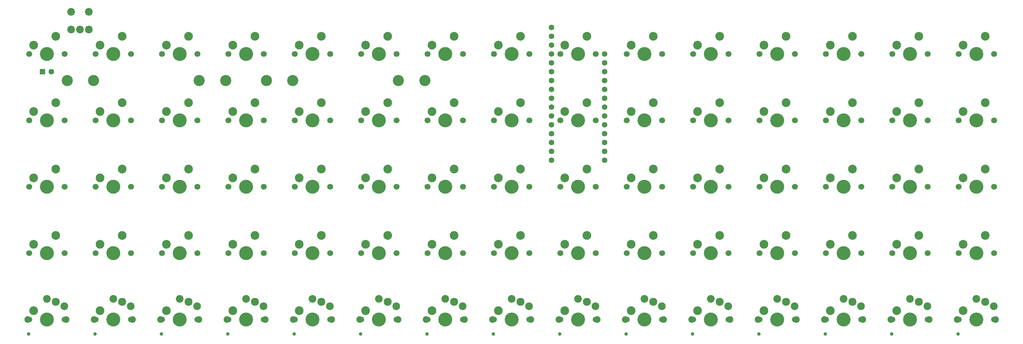
<source format=gts>
G04 #@! TF.FileFunction,Soldermask,Top*
%FSLAX46Y46*%
G04 Gerber Fmt 4.6, Leading zero omitted, Abs format (unit mm)*
G04 Created by KiCad (PCBNEW 4.0.7) date 04/13/18 19:54:45*
%MOMM*%
%LPD*%
G01*
G04 APERTURE LIST*
%ADD10C,0.100000*%
%ADD11C,2.200000*%
%ADD12C,1.700000*%
%ADD13C,2.500000*%
%ADD14C,4.000000*%
%ADD15R,1.600000X1.600000*%
%ADD16C,1.600000*%
%ADD17C,3.200000*%
%ADD18C,2.300000*%
%ADD19C,1.900000*%
%ADD20C,1.000000*%
G04 APERTURE END LIST*
D10*
D11*
X85725000Y-88900000D03*
X88265000Y-88900000D03*
X83185000Y-88900000D03*
X88265000Y-83820000D03*
X83185000Y-83820000D03*
D12*
X347980000Y-133985000D03*
D13*
X345440000Y-128905000D03*
D14*
X342900000Y-133985000D03*
D13*
X339090000Y-131445000D03*
D12*
X337820000Y-133985000D03*
X328930000Y-114935000D03*
D13*
X326390000Y-109855000D03*
D14*
X323850000Y-114935000D03*
D13*
X320040000Y-112395000D03*
D12*
X318770000Y-114935000D03*
X233680000Y-133985000D03*
D13*
X231140000Y-128905000D03*
D14*
X228600000Y-133985000D03*
D13*
X224790000Y-131445000D03*
D12*
X223520000Y-133985000D03*
X233680000Y-95885000D03*
D13*
X231140000Y-90805000D03*
D14*
X228600000Y-95885000D03*
D13*
X224790000Y-93345000D03*
D12*
X223520000Y-95885000D03*
X100330000Y-153035000D03*
D13*
X97790000Y-147955000D03*
D14*
X95250000Y-153035000D03*
D13*
X91440000Y-150495000D03*
D12*
X90170000Y-153035000D03*
X176530000Y-153035000D03*
D13*
X173990000Y-147955000D03*
D14*
X171450000Y-153035000D03*
D13*
X167640000Y-150495000D03*
D12*
X166370000Y-153035000D03*
X328930000Y-153035000D03*
D13*
X326390000Y-147955000D03*
D14*
X323850000Y-153035000D03*
D13*
X320040000Y-150495000D03*
D12*
X318770000Y-153035000D03*
X347980000Y-153035000D03*
D13*
X345440000Y-147955000D03*
D14*
X342900000Y-153035000D03*
D13*
X339090000Y-150495000D03*
D12*
X337820000Y-153035000D03*
X81280000Y-114935000D03*
D13*
X78740000Y-109855000D03*
D14*
X76200000Y-114935000D03*
D13*
X72390000Y-112395000D03*
D12*
X71120000Y-114935000D03*
X81280000Y-133985000D03*
D13*
X78740000Y-128905000D03*
D14*
X76200000Y-133985000D03*
D13*
X72390000Y-131445000D03*
D12*
X71120000Y-133985000D03*
X81280000Y-153035000D03*
D13*
X78740000Y-147955000D03*
D14*
X76200000Y-153035000D03*
D13*
X72390000Y-150495000D03*
D12*
X71120000Y-153035000D03*
X100330000Y-95885000D03*
D13*
X97790000Y-90805000D03*
D14*
X95250000Y-95885000D03*
D13*
X91440000Y-93345000D03*
D12*
X90170000Y-95885000D03*
X100330000Y-114935000D03*
D13*
X97790000Y-109855000D03*
D14*
X95250000Y-114935000D03*
D13*
X91440000Y-112395000D03*
D12*
X90170000Y-114935000D03*
X100330000Y-133985000D03*
D13*
X97790000Y-128905000D03*
D14*
X95250000Y-133985000D03*
D13*
X91440000Y-131445000D03*
D12*
X90170000Y-133985000D03*
X119380000Y-95885000D03*
D13*
X116840000Y-90805000D03*
D14*
X114300000Y-95885000D03*
D13*
X110490000Y-93345000D03*
D12*
X109220000Y-95885000D03*
X119380000Y-114935000D03*
D13*
X116840000Y-109855000D03*
D14*
X114300000Y-114935000D03*
D13*
X110490000Y-112395000D03*
D12*
X109220000Y-114935000D03*
X119380000Y-133985000D03*
D13*
X116840000Y-128905000D03*
D14*
X114300000Y-133985000D03*
D13*
X110490000Y-131445000D03*
D12*
X109220000Y-133985000D03*
X119380000Y-153035000D03*
D13*
X116840000Y-147955000D03*
D14*
X114300000Y-153035000D03*
D13*
X110490000Y-150495000D03*
D12*
X109220000Y-153035000D03*
X138430000Y-95885000D03*
D13*
X135890000Y-90805000D03*
D14*
X133350000Y-95885000D03*
D13*
X129540000Y-93345000D03*
D12*
X128270000Y-95885000D03*
X138430000Y-133985000D03*
D13*
X135890000Y-128905000D03*
D14*
X133350000Y-133985000D03*
D13*
X129540000Y-131445000D03*
D12*
X128270000Y-133985000D03*
X138430000Y-153035000D03*
D13*
X135890000Y-147955000D03*
D14*
X133350000Y-153035000D03*
D13*
X129540000Y-150495000D03*
D12*
X128270000Y-153035000D03*
X157480000Y-95885000D03*
D13*
X154940000Y-90805000D03*
D14*
X152400000Y-95885000D03*
D13*
X148590000Y-93345000D03*
D12*
X147320000Y-95885000D03*
X157480000Y-133985000D03*
D13*
X154940000Y-128905000D03*
D14*
X152400000Y-133985000D03*
D13*
X148590000Y-131445000D03*
D12*
X147320000Y-133985000D03*
X157480000Y-153035000D03*
D13*
X154940000Y-147955000D03*
D14*
X152400000Y-153035000D03*
D13*
X148590000Y-150495000D03*
D12*
X147320000Y-153035000D03*
X176530000Y-133985000D03*
D13*
X173990000Y-128905000D03*
D14*
X171450000Y-133985000D03*
D13*
X167640000Y-131445000D03*
D12*
X166370000Y-133985000D03*
X195580000Y-114935000D03*
D13*
X193040000Y-109855000D03*
D14*
X190500000Y-114935000D03*
D13*
X186690000Y-112395000D03*
D12*
X185420000Y-114935000D03*
X195580000Y-133985000D03*
D13*
X193040000Y-128905000D03*
D14*
X190500000Y-133985000D03*
D13*
X186690000Y-131445000D03*
D12*
X185420000Y-133985000D03*
X195580000Y-153035000D03*
D13*
X193040000Y-147955000D03*
D14*
X190500000Y-153035000D03*
D13*
X186690000Y-150495000D03*
D12*
X185420000Y-153035000D03*
X214630000Y-114935000D03*
D13*
X212090000Y-109855000D03*
D14*
X209550000Y-114935000D03*
D13*
X205740000Y-112395000D03*
D12*
X204470000Y-114935000D03*
X214630000Y-133985000D03*
D13*
X212090000Y-128905000D03*
D14*
X209550000Y-133985000D03*
D13*
X205740000Y-131445000D03*
D12*
X204470000Y-133985000D03*
X214630000Y-153035000D03*
D13*
X212090000Y-147955000D03*
D14*
X209550000Y-153035000D03*
D13*
X205740000Y-150495000D03*
D12*
X204470000Y-153035000D03*
X233680000Y-153035000D03*
D13*
X231140000Y-147955000D03*
D14*
X228600000Y-153035000D03*
D13*
X224790000Y-150495000D03*
D12*
X223520000Y-153035000D03*
X252730000Y-95885000D03*
D13*
X250190000Y-90805000D03*
D14*
X247650000Y-95885000D03*
D13*
X243840000Y-93345000D03*
D12*
X242570000Y-95885000D03*
X252730000Y-114935000D03*
D13*
X250190000Y-109855000D03*
D14*
X247650000Y-114935000D03*
D13*
X243840000Y-112395000D03*
D12*
X242570000Y-114935000D03*
X252730000Y-133985000D03*
D13*
X250190000Y-128905000D03*
D14*
X247650000Y-133985000D03*
D13*
X243840000Y-131445000D03*
D12*
X242570000Y-133985000D03*
X252730000Y-153035000D03*
D13*
X250190000Y-147955000D03*
D14*
X247650000Y-153035000D03*
D13*
X243840000Y-150495000D03*
D12*
X242570000Y-153035000D03*
X271780000Y-95885000D03*
D13*
X269240000Y-90805000D03*
D14*
X266700000Y-95885000D03*
D13*
X262890000Y-93345000D03*
D12*
X261620000Y-95885000D03*
X271780000Y-114935000D03*
D13*
X269240000Y-109855000D03*
D14*
X266700000Y-114935000D03*
D13*
X262890000Y-112395000D03*
D12*
X261620000Y-114935000D03*
X271780000Y-133985000D03*
D13*
X269240000Y-128905000D03*
D14*
X266700000Y-133985000D03*
D13*
X262890000Y-131445000D03*
D12*
X261620000Y-133985000D03*
X271780000Y-153035000D03*
D13*
X269240000Y-147955000D03*
D14*
X266700000Y-153035000D03*
D13*
X262890000Y-150495000D03*
D12*
X261620000Y-153035000D03*
X290830000Y-95885000D03*
D13*
X288290000Y-90805000D03*
D14*
X285750000Y-95885000D03*
D13*
X281940000Y-93345000D03*
D12*
X280670000Y-95885000D03*
X290830000Y-114935000D03*
D13*
X288290000Y-109855000D03*
D14*
X285750000Y-114935000D03*
D13*
X281940000Y-112395000D03*
D12*
X280670000Y-114935000D03*
X290830000Y-133985000D03*
D13*
X288290000Y-128905000D03*
D14*
X285750000Y-133985000D03*
D13*
X281940000Y-131445000D03*
D12*
X280670000Y-133985000D03*
X290830000Y-153035000D03*
D13*
X288290000Y-147955000D03*
D14*
X285750000Y-153035000D03*
D13*
X281940000Y-150495000D03*
D12*
X280670000Y-153035000D03*
X309880000Y-95885000D03*
D13*
X307340000Y-90805000D03*
D14*
X304800000Y-95885000D03*
D13*
X300990000Y-93345000D03*
D12*
X299720000Y-95885000D03*
X309880000Y-114935000D03*
D13*
X307340000Y-109855000D03*
D14*
X304800000Y-114935000D03*
D13*
X300990000Y-112395000D03*
D12*
X299720000Y-114935000D03*
X309880000Y-133985000D03*
D13*
X307340000Y-128905000D03*
D14*
X304800000Y-133985000D03*
D13*
X300990000Y-131445000D03*
D12*
X299720000Y-133985000D03*
X309880000Y-153035000D03*
D13*
X307340000Y-147955000D03*
D14*
X304800000Y-153035000D03*
D13*
X300990000Y-150495000D03*
D12*
X299720000Y-153035000D03*
X328930000Y-95885000D03*
D13*
X326390000Y-90805000D03*
D14*
X323850000Y-95885000D03*
D13*
X320040000Y-93345000D03*
D12*
X318770000Y-95885000D03*
X328930000Y-133985000D03*
D13*
X326390000Y-128905000D03*
D14*
X323850000Y-133985000D03*
D13*
X320040000Y-131445000D03*
D12*
X318770000Y-133985000D03*
X347980000Y-95885000D03*
D13*
X345440000Y-90805000D03*
D14*
X342900000Y-95885000D03*
D13*
X339090000Y-93345000D03*
D12*
X337820000Y-95885000D03*
X347980000Y-114935000D03*
D13*
X345440000Y-109855000D03*
D14*
X342900000Y-114935000D03*
D13*
X339090000Y-112395000D03*
D12*
X337820000Y-114935000D03*
X233680000Y-114935000D03*
D13*
X231140000Y-109855000D03*
D14*
X228600000Y-114935000D03*
D13*
X224790000Y-112395000D03*
D12*
X223520000Y-114935000D03*
X195580000Y-95885000D03*
D13*
X193040000Y-90805000D03*
D14*
X190500000Y-95885000D03*
D13*
X186690000Y-93345000D03*
D12*
X185420000Y-95885000D03*
X214630000Y-95885000D03*
D13*
X212090000Y-90805000D03*
D14*
X209550000Y-95885000D03*
D13*
X205740000Y-93345000D03*
D12*
X204470000Y-95885000D03*
X138430000Y-114935000D03*
D13*
X135890000Y-109855000D03*
D14*
X133350000Y-114935000D03*
D13*
X129540000Y-112395000D03*
D12*
X128270000Y-114935000D03*
X176530000Y-114935000D03*
D13*
X173990000Y-109855000D03*
D14*
X171450000Y-114935000D03*
D13*
X167640000Y-112395000D03*
D12*
X166370000Y-114935000D03*
X176530000Y-95885000D03*
D13*
X173990000Y-90805000D03*
D14*
X171450000Y-95885000D03*
D13*
X167640000Y-93345000D03*
D12*
X166370000Y-95885000D03*
X157480000Y-114935000D03*
D13*
X154940000Y-109855000D03*
D14*
X152400000Y-114935000D03*
D13*
X148590000Y-112395000D03*
D12*
X147320000Y-114935000D03*
X81280000Y-95885000D03*
D13*
X78740000Y-90805000D03*
D14*
X76200000Y-95885000D03*
D13*
X72390000Y-93345000D03*
D12*
X71120000Y-95885000D03*
D15*
X74930000Y-100965000D03*
D16*
X77470000Y-100965000D03*
D17*
X139175000Y-103505000D03*
X146775000Y-103505000D03*
X184675000Y-103505000D03*
X177075000Y-103505000D03*
X82025000Y-103505000D03*
X89625000Y-103505000D03*
X127525000Y-103505000D03*
X119925000Y-103505000D03*
D16*
X236220000Y-95885000D03*
X236220000Y-98425000D03*
X236220000Y-100965000D03*
X236220000Y-103505000D03*
X236220000Y-106045000D03*
X236220000Y-108585000D03*
X236220000Y-111125000D03*
X236220000Y-113665000D03*
X236220000Y-116205000D03*
X236220000Y-118745000D03*
X236220000Y-121285000D03*
X236220000Y-123825000D03*
X236220000Y-126365000D03*
X220980000Y-126365000D03*
X220980000Y-123825000D03*
X220980000Y-121285000D03*
X220980000Y-118745000D03*
X220980000Y-116205000D03*
X220980000Y-113665000D03*
X220980000Y-111125000D03*
X220980000Y-108585000D03*
X220980000Y-106045000D03*
X220980000Y-103505000D03*
X220980000Y-100965000D03*
X220980000Y-98425000D03*
X220980000Y-95885000D03*
X220980000Y-93345000D03*
X220980000Y-90805000D03*
X220980000Y-88265000D03*
D12*
X214630000Y-172085000D03*
D18*
X212090000Y-167005000D03*
D14*
X209550000Y-172085000D03*
D13*
X205740000Y-169545000D03*
D12*
X204470000Y-172085000D03*
D19*
X215050000Y-172085000D03*
X204050000Y-172085000D03*
D20*
X204330000Y-176285000D03*
D11*
X209550000Y-166185000D03*
X214550000Y-168285000D03*
D12*
X81280000Y-172085000D03*
D18*
X78740000Y-167005000D03*
D14*
X76200000Y-172085000D03*
D13*
X72390000Y-169545000D03*
D12*
X71120000Y-172085000D03*
D19*
X81700000Y-172085000D03*
X70700000Y-172085000D03*
D20*
X70980000Y-176285000D03*
D11*
X76200000Y-166185000D03*
X81200000Y-168285000D03*
D12*
X328930000Y-172085000D03*
D18*
X326390000Y-167005000D03*
D14*
X323850000Y-172085000D03*
D13*
X320040000Y-169545000D03*
D12*
X318770000Y-172085000D03*
D19*
X329350000Y-172085000D03*
X318350000Y-172085000D03*
D20*
X318630000Y-176285000D03*
D11*
X323850000Y-166185000D03*
X328850000Y-168285000D03*
D12*
X309880000Y-172085000D03*
D18*
X307340000Y-167005000D03*
D14*
X304800000Y-172085000D03*
D13*
X300990000Y-169545000D03*
D12*
X299720000Y-172085000D03*
D19*
X310300000Y-172085000D03*
X299300000Y-172085000D03*
D20*
X299580000Y-176285000D03*
D11*
X304800000Y-166185000D03*
X309800000Y-168285000D03*
D12*
X271780000Y-172085000D03*
D18*
X269240000Y-167005000D03*
D14*
X266700000Y-172085000D03*
D13*
X262890000Y-169545000D03*
D12*
X261620000Y-172085000D03*
D19*
X272200000Y-172085000D03*
X261200000Y-172085000D03*
D20*
X261480000Y-176285000D03*
D11*
X266700000Y-166185000D03*
X271700000Y-168285000D03*
D12*
X233680000Y-172085000D03*
D18*
X231140000Y-167005000D03*
D14*
X228600000Y-172085000D03*
D13*
X224790000Y-169545000D03*
D12*
X223520000Y-172085000D03*
D19*
X234100000Y-172085000D03*
X223100000Y-172085000D03*
D20*
X223380000Y-176285000D03*
D11*
X228600000Y-166185000D03*
X233600000Y-168285000D03*
D12*
X195580000Y-172085000D03*
D18*
X193040000Y-167005000D03*
D14*
X190500000Y-172085000D03*
D13*
X186690000Y-169545000D03*
D12*
X185420000Y-172085000D03*
D19*
X196000000Y-172085000D03*
X185000000Y-172085000D03*
D20*
X185280000Y-176285000D03*
D11*
X190500000Y-166185000D03*
X195500000Y-168285000D03*
D12*
X176530000Y-172085000D03*
D18*
X173990000Y-167005000D03*
D14*
X171450000Y-172085000D03*
D13*
X167640000Y-169545000D03*
D12*
X166370000Y-172085000D03*
D19*
X176950000Y-172085000D03*
X165950000Y-172085000D03*
D20*
X166230000Y-176285000D03*
D11*
X171450000Y-166185000D03*
X176450000Y-168285000D03*
D12*
X157480000Y-172085000D03*
D18*
X154940000Y-167005000D03*
D14*
X152400000Y-172085000D03*
D13*
X148590000Y-169545000D03*
D12*
X147320000Y-172085000D03*
D19*
X157900000Y-172085000D03*
X146900000Y-172085000D03*
D20*
X147180000Y-176285000D03*
D11*
X152400000Y-166185000D03*
X157400000Y-168285000D03*
D12*
X138430000Y-172085000D03*
D18*
X135890000Y-167005000D03*
D14*
X133350000Y-172085000D03*
D13*
X129540000Y-169545000D03*
D12*
X128270000Y-172085000D03*
D19*
X138850000Y-172085000D03*
X127850000Y-172085000D03*
D20*
X128130000Y-176285000D03*
D11*
X133350000Y-166185000D03*
X138350000Y-168285000D03*
D12*
X119380000Y-172085000D03*
D18*
X116840000Y-167005000D03*
D14*
X114300000Y-172085000D03*
D13*
X110490000Y-169545000D03*
D12*
X109220000Y-172085000D03*
D19*
X119800000Y-172085000D03*
X108800000Y-172085000D03*
D20*
X109080000Y-176285000D03*
D11*
X114300000Y-166185000D03*
X119300000Y-168285000D03*
D12*
X100330000Y-172085000D03*
D18*
X97790000Y-167005000D03*
D14*
X95250000Y-172085000D03*
D13*
X91440000Y-169545000D03*
D12*
X90170000Y-172085000D03*
D19*
X100750000Y-172085000D03*
X89750000Y-172085000D03*
D20*
X90030000Y-176285000D03*
D11*
X95250000Y-166185000D03*
X100250000Y-168285000D03*
D12*
X347980000Y-172085000D03*
D18*
X345440000Y-167005000D03*
D14*
X342900000Y-172085000D03*
D13*
X339090000Y-169545000D03*
D12*
X337820000Y-172085000D03*
D19*
X348400000Y-172085000D03*
X337400000Y-172085000D03*
D20*
X337680000Y-176285000D03*
D11*
X342900000Y-166185000D03*
X347900000Y-168285000D03*
D12*
X252730000Y-172085000D03*
D18*
X250190000Y-167005000D03*
D14*
X247650000Y-172085000D03*
D13*
X243840000Y-169545000D03*
D12*
X242570000Y-172085000D03*
D19*
X253150000Y-172085000D03*
X242150000Y-172085000D03*
D20*
X242430000Y-176285000D03*
D11*
X247650000Y-166185000D03*
X252650000Y-168285000D03*
D12*
X290830000Y-172085000D03*
D18*
X288290000Y-167005000D03*
D14*
X285750000Y-172085000D03*
D13*
X281940000Y-169545000D03*
D12*
X280670000Y-172085000D03*
D19*
X291250000Y-172085000D03*
X280250000Y-172085000D03*
D20*
X280530000Y-176285000D03*
D11*
X285750000Y-166185000D03*
X290750000Y-168285000D03*
M02*

</source>
